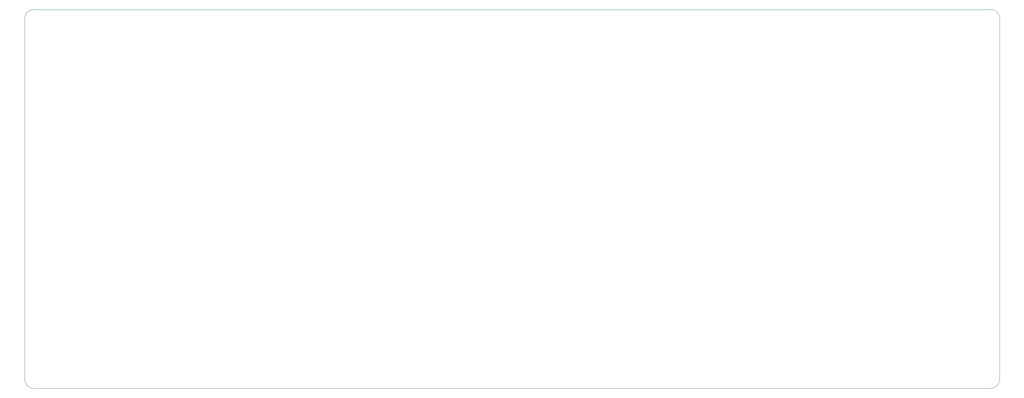
<source format=gbr>
G04 #@! TF.GenerationSoftware,KiCad,Pcbnew,(5.1.9)-1*
G04 #@! TF.CreationDate,2021-06-18T19:29:44-04:00*
G04 #@! TF.ProjectId,bottom,626f7474-6f6d-42e6-9b69-6361645f7063,rev?*
G04 #@! TF.SameCoordinates,Original*
G04 #@! TF.FileFunction,Profile,NP*
%FSLAX46Y46*%
G04 Gerber Fmt 4.6, Leading zero omitted, Abs format (unit mm)*
G04 Created by KiCad (PCBNEW (5.1.9)-1) date 2021-06-18 19:29:44*
%MOMM*%
%LPD*%
G01*
G04 APERTURE LIST*
G04 #@! TA.AperFunction,Profile*
%ADD10C,0.100000*%
G04 #@! TD*
G04 APERTURE END LIST*
D10*
X19050400Y-21431700D02*
G75*
G02*
X21431700Y-19050400I2381300J0D01*
G01*
X21431700Y-119065000D02*
G75*
G02*
X19050400Y-116683700I0J2381300D01*
G01*
X276230800Y-116683700D02*
G75*
G02*
X273849500Y-119065000I-2381300J0D01*
G01*
X273849500Y-19050400D02*
G75*
G02*
X276230800Y-21431700I0J-2381300D01*
G01*
X19050400Y-21431700D02*
X19050400Y-116683700D01*
X273849500Y-19050400D02*
X21431700Y-19050400D01*
X273849500Y-119065000D02*
X21431700Y-119065000D01*
X276230800Y-21431700D02*
X276230800Y-116683700D01*
M02*

</source>
